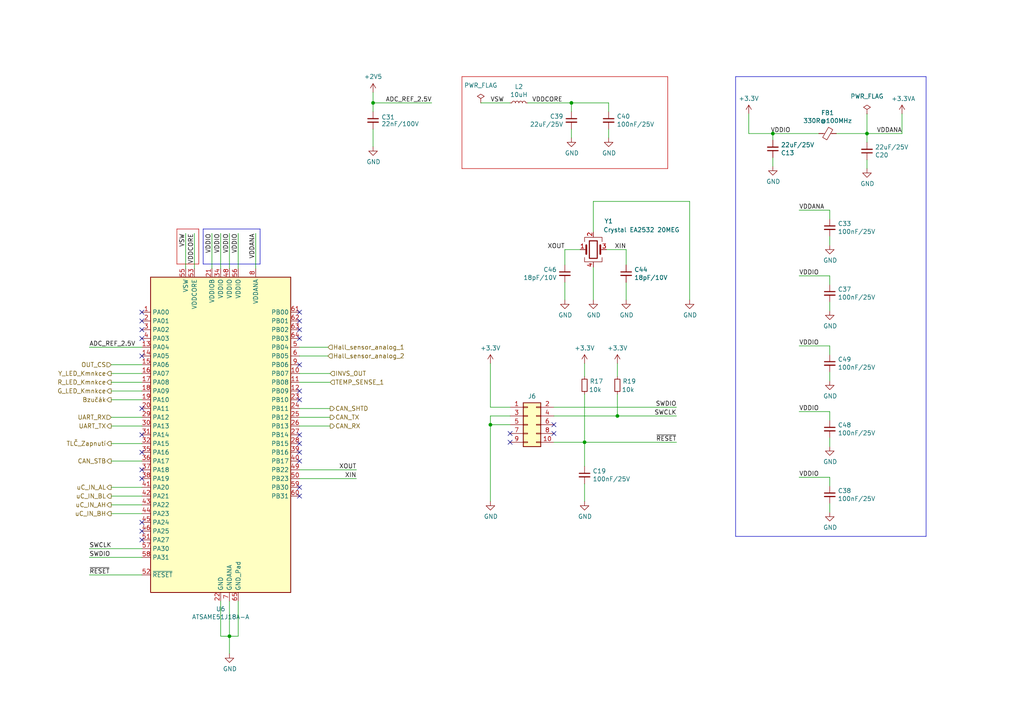
<source format=kicad_sch>
(kicad_sch (version 20230121) (generator eeschema)
  (paper "A4")
  (title_block (title "MCU") (date "2024-02-20") (rev "2") (comment 1 "upravy: Hall_Analog_1 na PB4 a  Hall_Analog_2 na PB5 ") (comment 2 "dát 22uH místo 10uH (synchronizovat se zdrojem 10V))"))
  (lib_symbols
    (symbol "Connector_Generic:Conn_02x05_Odd_Even" (pin_names (offset 1.016) hide)
      (property "Reference" "J" (at 1.27 7.62 0))
      (property "Value" "Conn_02x05_Odd_Even" (at 1.27 -7.62 0))
      (symbol "Conn_02x05_Odd_Even_1_1"
        (rectangle (start -1.27 -4.953) (end 0 -5.207) (stroke (width 0.1524)))
        (rectangle (start -1.27 -2.413) (end 0 -2.667) (stroke (width 0.1524)))
        (rectangle (start -1.27 0.127) (end 0 -0.127) (stroke (width 0.1524)))
        (rectangle (start -1.27 2.667) (end 0 2.413) (stroke (width 0.1524)))
        (rectangle (start -1.27 5.207) (end 0 4.953) (stroke (width 0.1524)))
        (rectangle (start -1.27 6.35) (end 3.81 -6.35) (stroke (width 0.254)) (fill (type background)))
        (rectangle (start 3.81 -4.953) (end 2.54 -5.207) (stroke (width 0.1524)))
        (rectangle (start 3.81 -2.413) (end 2.54 -2.667) (stroke (width 0.1524)))
        (rectangle (start 3.81 0.127) (end 2.54 -0.127) (stroke (width 0.1524)))
        (rectangle (start 3.81 2.667) (end 2.54 2.413) (stroke (width 0.1524)))
        (rectangle (start 3.81 5.207) (end 2.54 4.953) (stroke (width 0.1524)))
        (pin passive line (at -5.08 5.08 0) (length 3.81) (name "Pin_1") (number "1"))
        (pin passive line (at 7.62 -5.08 180) (length 3.81) (name "Pin_10") (number "10"))
        (pin passive line (at 7.62 5.08 180) (length 3.81) (name "Pin_2") (number "2"))
        (pin passive line (at -5.08 2.54 0) (length 3.81) (name "Pin_3") (number "3"))
        (pin passive line (at 7.62 2.54 180) (length 3.81) (name "Pin_4") (number "4"))
        (pin passive line (at -5.08 0 0) (length 3.81) (name "Pin_5") (number "5"))
        (pin passive line (at 7.62 0 180) (length 3.81) (name "Pin_6") (number "6"))
        (pin passive line (at -5.08 -2.54 0) (length 3.81) (name "Pin_7") (number "7"))
        (pin passive line (at 7.62 -2.54 180) (length 3.81) (name "Pin_8") (number "8"))
        (pin passive line (at -5.08 -5.08 0) (length 3.81) (name "Pin_9") (number "9"))
      )
    )
    (symbol "Device:C_Small" (pin_numbers hide) (pin_names (offset 0.254) hide)
      (property "Reference" "C" (at 0.254 1.778 0))
      (property "Value" "C_Small" (at 0.254 -2.032 0))
      (symbol "C_Small_0_1"
        (polyline (pts (xy -1.524 -0.508) (xy 1.524 -0.508)) (stroke (width 0.3302)))
        (polyline (pts (xy -1.524 0.508) (xy 1.524 0.508)) (stroke (width 0.3048)))
      )
      (symbol "C_Small_1_1"
        (pin passive line (at 0 2.54 270) (length 2.032) (name "~") (number "1"))
        (pin passive line (at 0 -2.54 90) (length 2.032) (name "~") (number "2"))
      )
    )
    (symbol "Device:Crystal_GND24" (pin_names (offset 1.016) hide)
      (property "Reference" "Y" (at 3.175 5.08 0))
      (property "Value" "Crystal_GND24" (at 3.175 3.175 0))
      (symbol "Crystal_GND24_0_1"
        (rectangle (start -1.143 2.54) (end 1.143 -2.54) (stroke (width 0.3048)))
        (polyline (pts (xy -2.54 0) (xy -2.032 0)))
        (polyline (pts (xy -2.032 -1.27) (xy -2.032 1.27)) (stroke (width 0.508)))
        (polyline (pts (xy 0 -3.81) (xy 0 -3.556)))
        (polyline (pts (xy 0 3.556) (xy 0 3.81)))
        (polyline (pts (xy 2.032 -1.27) (xy 2.032 1.27)) (stroke (width 0.508)))
        (polyline (pts (xy 2.032 0) (xy 2.54 0)))
        (polyline (pts (xy -2.54 -2.286) (xy -2.54 -3.556) (xy 2.54 -3.556) (xy 2.54 -2.286)))
        (polyline (pts (xy -2.54 2.286) (xy -2.54 3.556) (xy 2.54 3.556) (xy 2.54 2.286)))
      )
      (symbol "Crystal_GND24_1_1"
        (pin passive line (at -3.81 0 0) (length 1.27) (name "1") (number "1"))
        (pin passive line (at 0 5.08 270) (length 1.27) (name "2") (number "2"))
        (pin passive line (at 3.81 0 180) (length 1.27) (name "3") (number "3"))
        (pin passive line (at 0 -5.08 90) (length 1.27) (name "4") (number "4"))
      )
    )
    (symbol "Device:L_Small" (pin_numbers hide) (pin_names (offset 0.254) hide)
      (property "Reference" "L" (at 0.762 1.016 0))
      (property "Value" "L_Small" (at 0.762 -1.016 0))
      (symbol "L_Small_0_1"
        (arc (start 0 -2.032) (mid 0.5058 -1.524) (end 0 -1.016))
        (arc (start 0 -1.016) (mid 0.5058 -0.508) (end 0 0))
        (arc (start 0 0) (mid 0.5058 0.508) (end 0 1.016))
        (arc (start 0 1.016) (mid 0.5058 1.524) (end 0 2.032))
      )
      (symbol "L_Small_1_1"
        (pin passive line (at 0 2.54 270) (length 0.508) (name "~") (number "1"))
        (pin passive line (at 0 -2.54 90) (length 0.508) (name "~") (number "2"))
      )
    )
    (symbol "Device:R_Small" (pin_numbers hide) (pin_names (offset 0.254) hide)
      (property "Reference" "R" (at 0.762 0.508 0))
      (property "Value" "R_Small" (at 0.762 -1.016 0))
      (symbol "R_Small_0_1"
        (rectangle (start -0.762 1.778) (end 0.762 -1.778) (stroke (width 0.2032)))
      )
      (symbol "R_Small_1_1"
        (pin passive line (at 0 2.54 270) (length 0.762) (name "~") (number "1"))
        (pin passive line (at 0 -2.54 90) (length 0.762) (name "~") (number "2"))
      )
    )
    (symbol "MCU_Microchip_SAME:ATSAME51J18A-A"
      (property "Reference" "U" (at -17.78 48.26 0))
      (property "Value" "ATSAME51J18A-A" (at -12.7 -48.26 0))
      (symbol "ATSAME51J18A-A_0_1"
        (rectangle (start -20.32 45.72) (end 20.32 -45.72) (stroke (width 0.254)) (fill (type background)))
      )
      (symbol "ATSAME51J18A-A_1_0"
        (pin bidirectional line (at 22.86 27.94 180) (length 2.54) (name "PB03") (number "64"))
      )
      (symbol "ATSAME51J18A-A_1_1"
        (pin bidirectional line (at -22.86 35.56 0) (length 2.54) (name "PA00") (number "1"))
        (pin bidirectional line (at 22.86 17.78 180) (length 2.54) (name "PB07") (number "10"))
        (pin bidirectional line (at 22.86 15.24 180) (length 2.54) (name "PB08") (number "11"))
        (pin bidirectional line (at 22.86 12.7 180) (length 2.54) (name "PB09") (number "12"))
        (pin bidirectional line (at -22.86 25.4 0) (length 2.54) (name "PA04") (number "13"))
        (pin bidirectional line (at -22.86 22.86 0) (length 2.54) (name "PA05") (number "14"))
        (pin bidirectional line (at -22.86 20.32 0) (length 2.54) (name "PA06") (number "15"))
        (pin bidirectional line (at -22.86 17.78 0) (length 2.54) (name "PA07") (number "16"))
        (pin bidirectional line (at -22.86 15.24 0) (length 2.54) (name "PA08") (number "17"))
        (pin bidirectional line (at -22.86 12.7 0) (length 2.54) (name "PA09") (number "18"))
        (pin bidirectional line (at -22.86 10.16 0) (length 2.54) (name "PA10") (number "19"))
        (pin bidirectional line (at -22.86 33.02 0) (length 2.54) (name "PA01") (number "2"))
        (pin bidirectional line (at -22.86 7.62 0) (length 2.54) (name "PA11") (number "20"))
        (pin power_in line (at -2.54 48.26 270) (length 2.54) (name "VDDIOB") (number "21"))
        (pin power_in line (at 0 -48.26 90) (length 2.54) (name "GND") (number "22"))
        (pin bidirectional line (at 22.86 10.16 180) (length 2.54) (name "PB10") (number "23"))
        (pin bidirectional line (at 22.86 7.62 180) (length 2.54) (name "PB11") (number "24"))
        (pin bidirectional line (at 22.86 5.08 180) (length 2.54) (name "PB12") (number "25"))
        (pin bidirectional line (at 22.86 2.54 180) (length 2.54) (name "PB13") (number "26"))
        (pin bidirectional line (at 22.86 0 180) (length 2.54) (name "PB14") (number "27"))
        (pin bidirectional line (at 22.86 -2.54 180) (length 2.54) (name "PB15") (number "28"))
        (pin bidirectional line (at -22.86 5.08 0) (length 2.54) (name "PA12") (number "29"))
        (pin bidirectional line (at -22.86 30.48 0) (length 2.54) (name "PA02") (number "3"))
        (pin bidirectional line (at -22.86 2.54 0) (length 2.54) (name "PA13") (number "30"))
        (pin bidirectional line (at -22.86 0 0) (length 2.54) (name "PA14") (number "31"))
        (pin bidirectional line (at -22.86 -2.54 0) (length 2.54) (name "PA15") (number "32"))
        (pin passive line (at 0 -48.26 90) (length 2.54) hide (name "GND") (number "33"))
        (pin power_in line (at 0 48.26 270) (length 2.54) (name "VDDIO") (number "34"))
        (pin bidirectional line (at -22.86 -5.08 0) (length 2.54) (name "PA16") (number "35"))
        (pin bidirectional line (at -22.86 -7.62 0) (length 2.54) (name "PA17") (number "36"))
        (pin bidirectional line (at -22.86 -10.16 0) (length 2.54) (name "PA18") (number "37"))
        (pin bidirectional line (at -22.86 -12.7 0) (length 2.54) (name "PA19") (number "38"))
        (pin bidirectional line (at 22.86 -5.08 180) (length 2.54) (name "PB16") (number "39"))
        (pin bidirectional line (at -22.86 27.94 0) (length 2.54) (name "PA03") (number "4"))
        (pin bidirectional line (at 22.86 -7.62 180) (length 2.54) (name "PB17") (number "40"))
        (pin bidirectional line (at -22.86 -15.24 0) (length 2.54) (name "PA20") (number "41"))
        (pin bidirectional line (at -22.86 -17.78 0) (length 2.54) (name "PA21") (number "42"))
        (pin bidirectional line (at -22.86 -20.32 0) (length 2.54) (name "PA22") (number "43"))
        (pin bidirectional line (at -22.86 -22.86 0) (length 2.54) (name "PA23") (number "44"))
        (pin bidirectional line (at -22.86 -25.4 0) (length 2.54) (name "PA24") (number "45"))
        (pin bidirectional line (at -22.86 -27.94 0) (length 2.54) (name "PA25") (number "46"))
        (pin passive line (at 0 -48.26 90) (length 2.54) hide (name "GND") (number "47"))
        (pin power_in line (at 2.54 48.26 270) (length 2.54) (name "VDDIO") (number "48"))
        (pin bidirectional line (at 22.86 -10.16 180) (length 2.54) (name "PB22") (number "49"))
        (pin bidirectional line (at 22.86 25.4 180) (length 2.54) (name "PB04") (number "5"))
        (pin bidirectional line (at 22.86 -12.7 180) (length 2.54) (name "PB23") (number "50"))
        (pin bidirectional line (at -22.86 -30.48 0) (length 2.54) (name "PA27") (number "51"))
        (pin input line (at -22.86 -40.64 0) (length 2.54) (name "~{RESET}") (number "52"))
        (pin power_out line (at -7.62 48.26 270) (length 2.54) (name "VDDCORE") (number "53"))
        (pin passive line (at 0 -48.26 90) (length 2.54) hide (name "GND") (number "54"))
        (pin power_in line (at -10.16 48.26 270) (length 2.54) (name "VSW") (number "55"))
        (pin power_in line (at 5.08 48.26 270) (length 2.54) (name "VDDIO") (number "56"))
        (pin bidirectional line (at -22.86 -33.02 0) (length 2.54) (name "PA30") (number "57"))
        (pin bidirectional line (at -22.86 -35.56 0) (length 2.54) (name "PA31") (number "58"))
        (pin bidirectional line (at 22.86 -15.24 180) (length 2.54) (name "PB30") (number "59"))
        (pin bidirectional line (at 22.86 22.86 180) (length 2.54) (name "PB05") (number "6"))
        (pin bidirectional line (at 22.86 -17.78 180) (length 2.54) (name "PB31") (number "60"))
        (pin bidirectional line (at 22.86 35.56 180) (length 2.54) (name "PB00") (number "61"))
        (pin bidirectional line (at 22.86 33.02 180) (length 2.54) (name "PB01") (number "62"))
        (pin bidirectional line (at 22.86 30.48 180) (length 2.54) (name "PB02") (number "63"))
        (pin power_out line (at 5.08 -48.26 90) (length 2.54) (name "GND_Pad") (number "65"))
        (pin power_in line (at 2.54 -48.26 90) (length 2.54) (name "GNDANA") (number "7"))
        (pin power_in line (at 10.16 48.26 270) (length 2.54) (name "VDDANA") (number "8"))
        (pin bidirectional line (at 22.86 20.32 180) (length 2.54) (name "PB06") (number "9"))
      )
    )
    (symbol "MiSPiZ-rescue:Ferrite_Bead_Small-Device" (pin_numbers hide) (pin_names (offset 0))
      (property "Reference" "FB" (at 1.905 1.27 0))
      (property "Value" "Device_Ferrite_Bead_Small" (at 1.905 -1.27 0))
      (symbol "Ferrite_Bead_Small-Device_0_1"
        (polyline (pts (xy 0 -1.27) (xy 0 -0.7874)))
        (polyline (pts (xy 0 0.889) (xy 0 1.2954)))
        (polyline (pts (xy -1.8288 0.2794) (xy -1.1176 1.4986) (xy 1.8288 -0.2032) (xy 1.1176 -1.4224) (xy -1.8288 0.2794)))
      )
      (symbol "Ferrite_Bead_Small-Device_1_1"
        (pin passive line (at 0 2.54 270) (length 1.27) (name "~") (number "1"))
        (pin passive line (at 0 -2.54 90) (length 1.27) (name "~") (number "2"))
      )
    )
    (symbol "power:+2V5" (power) (pin_names (offset 0))
      (property "Value" "+2V5" (at 0 3.556 0))
      (symbol "+2V5_0_1"
        (polyline (pts (xy -0.762 1.27) (xy 0 2.54)))
        (polyline (pts (xy 0 0) (xy 0 2.54)))
        (polyline (pts (xy 0 2.54) (xy 0.762 1.27)))
      )
      (symbol "+2V5_1_1"
        (pin power_in line (at 0 0 90) (length 0) hide (name "+2V5") (number "1"))
      )
    )
    (symbol "power:+3.3V" (power) (pin_names (offset 0))
      (property "Value" "+3.3V" (at 0 3.556 0))
      (symbol "+3.3V_0_1"
        (polyline (pts (xy -0.762 1.27) (xy 0 2.54)))
        (polyline (pts (xy 0 0) (xy 0 2.54)))
        (polyline (pts (xy 0 2.54) (xy 0.762 1.27)))
      )
      (symbol "+3.3V_1_1"
        (pin power_in line (at 0 0 90) (length 0) hide (name "+3.3V") (number "1"))
      )
    )
    (symbol "power:+3.3VA" (power) (pin_names (offset 0))
      (property "Value" "+3.3VA" (at 0 3.556 0))
      (symbol "+3.3VA_0_1"
        (polyline (pts (xy -0.762 1.27) (xy 0 2.54)))
        (polyline (pts (xy 0 0) (xy 0 2.54)))
        (polyline (pts (xy 0 2.54) (xy 0.762 1.27)))
      )
      (symbol "+3.3VA_1_1"
        (pin power_in line (at 0 0 90) (length 0) hide (name "+3.3VA") (number "1"))
      )
    )
    (symbol "power:GND" (power) (pin_names (offset 0))
      (property "Value" "GND" (at 0 -3.81 0))
      (symbol "GND_0_1"
        (polyline (pts (xy 0 0) (xy 0 -1.27) (xy 1.27 -1.27) (xy 0 -2.54) (xy -1.27 -1.27) (xy 0 -1.27)))
      )
      (symbol "GND_1_1"
        (pin power_in line (at 0 0 270) (length 0) hide (name "GND") (number "1"))
      )
    )
    (symbol "power:PWR_FLAG" (power) (pin_numbers hide) (pin_names (offset 0) hide)
      (property "Value" "PWR_FLAG" (at 0 3.81 0))
      (symbol "PWR_FLAG_0_0"
        (pin power_out line (at 0 0 90) (length 0) (name "pwr") (number "1"))
      )
      (symbol "PWR_FLAG_0_1"
        (polyline (pts (xy 0 0) (xy 0 1.27) (xy -1.016 1.905) (xy 0 2.54) (xy 1.016 1.905) (xy 0 1.27)))
      )
    )
  )
  (junction (at 224.155 38.735))
  (junction (at 142.24 123.19))
  (junction (at 251.46 38.735))
  (junction (at 179.07 120.65))
  (junction (at 108.204 29.845))
  (junction (at 165.735 29.845))
  (junction (at 169.545 128.27))
  (junction (at 66.548 184.531))
  (no_connect (at 41.148 154.051))
  (no_connect (at 41.148 151.511))
  (no_connect (at 41.148 136.271))
  (no_connect (at 41.148 131.191))
  (no_connect (at 86.868 115.951))
  (no_connect (at 41.148 98.171))
  (no_connect (at 86.868 93.091))
  (no_connect (at 86.868 143.891))
  (no_connect (at 86.868 133.731))
  (no_connect (at 41.148 118.491))
  (no_connect (at 86.868 98.171))
  (no_connect (at 160.655 123.19))
  (no_connect (at 41.148 103.251))
  (no_connect (at 86.868 105.791))
  (no_connect (at 147.955 128.27))
  (no_connect (at 41.148 156.591))
  (no_connect (at 86.868 95.631))
  (no_connect (at 41.148 90.551))
  (no_connect (at 86.868 128.651))
  (no_connect (at 86.868 90.551))
  (no_connect (at 41.148 138.811))
  (no_connect (at 160.655 125.73))
  (no_connect (at 41.148 126.111))
  (no_connect (at 86.868 113.411))
  (no_connect (at 86.868 131.191))
  (no_connect (at 86.868 126.111))
  (no_connect (at 41.148 95.631))
  (no_connect (at 41.148 93.091))
  (no_connect (at 147.955 125.73))
  (no_connect (at 86.868 141.351))
  (wire (pts (xy 172.085 58.42) (xy 200.025 58.42)))
  (wire (pts (xy 108.204 26.797) (xy 108.204 29.845)))
  (wire (pts (xy 179.07 105.41) (xy 179.07 109.22)))
  (wire (pts (xy 163.83 76.835) (xy 163.83 72.39)))
  (wire (pts (xy 231.775 60.96) (xy 240.665 60.96)))
  (wire (pts (xy 240.665 110.49) (xy 240.665 107.95)))
  (wire (pts (xy 32.258 115.951) (xy 41.148 115.951)))
  (wire (pts (xy 240.665 90.17) (xy 240.665 87.63)))
  (wire (pts (xy 217.17 33.02) (xy 217.17 38.735)))
  (wire (pts (xy 108.204 29.845) (xy 125.222 29.845)))
  (wire (pts (xy 142.24 120.65) (xy 142.24 123.19)))
  (wire (pts (xy 217.17 38.735) (xy 224.155 38.735)))
  (wire (pts (xy 169.545 128.27) (xy 196.215 128.27)))
  (wire (pts (xy 224.155 38.735) (xy 224.155 40.64)))
  (wire (pts (xy 240.665 129.54) (xy 240.665 127)))
  (wire (pts (xy 32.258 110.871) (xy 41.148 110.871)))
  (wire (pts (xy 251.46 33.02) (xy 251.46 38.735)))
  (wire (pts (xy 69.088 184.531) (xy 69.088 174.371)))
  (wire (pts (xy 32.258 128.651) (xy 41.148 128.651)))
  (wire (pts (xy 251.46 38.735) (xy 261.62 38.735)))
  (wire (pts (xy 251.46 46.355) (xy 251.46 48.895)))
  (polyline (pts (xy 133.985 22.225) (xy 133.985 48.895)) (stroke (width 0) (color 194 4 3 1)))
  (polyline (pts (xy 213.36 22.225) (xy 213.36 155.575)))
  (wire (pts (xy 160.655 118.11) (xy 196.215 118.11)))
  (wire (pts (xy 41.148 100.711) (xy 25.908 100.711)))
  (polyline (pts (xy 57.658 66.421) (xy 51.308 66.421)) (stroke (width 0) (color 194 0 9 1)))
  (polyline (pts (xy 58.928 66.421) (xy 75.438 66.421)))
  (polyline (pts (xy 75.438 76.581) (xy 58.928 76.581)))
  (wire (pts (xy 41.148 161.671) (xy 25.908 161.671)))
  (wire (pts (xy 181.61 72.39) (xy 181.61 76.835)))
  (polyline (pts (xy 268.605 22.225) (xy 268.605 155.575)))
  (wire (pts (xy 165.735 32.385) (xy 165.735 29.845)))
  (wire (pts (xy 95.758 118.491) (xy 86.868 118.491)))
  (wire (pts (xy 251.46 38.735) (xy 251.46 41.275)))
  (wire (pts (xy 32.258 123.571) (xy 41.148 123.571)))
  (wire (pts (xy 160.655 120.65) (xy 179.07 120.65)))
  (wire (pts (xy 242.57 38.735) (xy 251.46 38.735)))
  (wire (pts (xy 240.665 71.12) (xy 240.665 68.58)))
  (polyline (pts (xy 133.985 48.895) (xy 193.675 48.895)) (stroke (width 0) (color 194 4 3 1)))
  (wire (pts (xy 163.83 81.915) (xy 163.83 86.995)))
  (wire (pts (xy 261.62 33.02) (xy 261.62 38.735)))
  (wire (pts (xy 142.24 105.41) (xy 142.24 118.11)))
  (wire (pts (xy 64.008 67.691) (xy 64.008 77.851)))
  (wire (pts (xy 240.665 138.43) (xy 240.665 140.97)))
  (wire (pts (xy 147.955 118.11) (xy 142.24 118.11)))
  (wire (pts (xy 41.148 159.131) (xy 25.908 159.131)))
  (wire (pts (xy 32.258 143.891) (xy 41.148 143.891)))
  (wire (pts (xy 172.085 77.47) (xy 172.085 86.995)))
  (polyline (pts (xy 213.36 155.575) (xy 268.605 155.575)))
  (polyline (pts (xy 57.658 76.581) (xy 57.658 66.421)) (stroke (width 0) (color 194 3 0 1)))
  (wire (pts (xy 165.735 37.465) (xy 165.735 40.005)))
  (wire (pts (xy 32.258 121.031) (xy 41.148 121.031)))
  (wire (pts (xy 61.468 67.691) (xy 61.468 77.851)))
  (polyline (pts (xy 58.928 76.581) (xy 58.928 66.421)))
  (wire (pts (xy 240.665 148.59) (xy 240.665 146.05)))
  (wire (pts (xy 231.775 100.33) (xy 240.665 100.33)))
  (wire (pts (xy 108.204 42.545) (xy 108.204 37.465)))
  (wire (pts (xy 32.258 133.731) (xy 41.148 133.731)))
  (wire (pts (xy 240.665 102.87) (xy 240.665 100.33)))
  (wire (pts (xy 32.258 146.431) (xy 41.148 146.431)))
  (wire (pts (xy 200.025 58.42) (xy 200.025 86.995)))
  (wire (pts (xy 64.008 184.531) (xy 66.548 184.531)))
  (wire (pts (xy 169.545 114.3) (xy 169.545 128.27)))
  (wire (pts (xy 169.545 105.41) (xy 169.545 109.22)))
  (wire (pts (xy 231.775 138.43) (xy 240.665 138.43)))
  (wire (pts (xy 56.388 67.691) (xy 56.388 77.851)))
  (wire (pts (xy 64.008 174.371) (xy 64.008 184.531)))
  (wire (pts (xy 32.258 105.791) (xy 41.148 105.791)))
  (wire (pts (xy 231.775 80.01) (xy 240.665 80.01)))
  (wire (pts (xy 147.955 120.65) (xy 142.24 120.65)))
  (polyline (pts (xy 213.36 22.225) (xy 268.605 22.225)))
  (wire (pts (xy 66.548 174.371) (xy 66.548 184.531)))
  (polyline (pts (xy 51.308 66.421) (xy 51.308 76.581)) (stroke (width 0) (color 194 10 0 1)))
  (wire (pts (xy 86.868 136.271) (xy 103.378 136.271)))
  (wire (pts (xy 169.545 145.415) (xy 169.545 140.335)))
  (wire (pts (xy 163.83 72.39) (xy 168.275 72.39)))
  (wire (pts (xy 66.548 184.531) (xy 69.088 184.531)))
  (wire (pts (xy 66.548 184.531) (xy 66.548 189.611)))
  (wire (pts (xy 153.035 29.845) (xy 165.735 29.845)))
  (polyline (pts (xy 51.308 76.581) (xy 57.658 76.581)) (stroke (width 0) (color 194 1 0 1)))
  (wire (pts (xy 142.24 123.19) (xy 142.24 145.415)))
  (wire (pts (xy 165.735 29.845) (xy 176.53 29.845)))
  (wire (pts (xy 69.088 67.691) (xy 69.088 77.851)))
  (wire (pts (xy 32.258 113.411) (xy 41.148 113.411)))
  (wire (pts (xy 95.758 121.031) (xy 86.868 121.031)))
  (wire (pts (xy 86.868 103.251) (xy 95.123 103.251)))
  (wire (pts (xy 179.07 114.3) (xy 179.07 120.65)))
  (wire (pts (xy 32.258 108.331) (xy 41.148 108.331)))
  (wire (pts (xy 231.775 119.38) (xy 240.665 119.38)))
  (polyline (pts (xy 193.675 22.225) (xy 133.985 22.225)) (stroke (width 0) (color 194 1 0 1)))
  (wire (pts (xy 86.868 100.711) (xy 95.123 100.711)))
  (wire (pts (xy 32.258 141.351) (xy 41.148 141.351)))
  (wire (pts (xy 176.53 40.005) (xy 176.53 37.465)))
  (wire (pts (xy 179.07 120.65) (xy 196.215 120.65)))
  (wire (pts (xy 32.258 148.971) (xy 41.148 148.971)))
  (wire (pts (xy 139.446 29.845) (xy 147.955 29.845)))
  (polyline (pts (xy 193.675 48.895) (xy 193.675 22.225)) (stroke (width 0) (color 194 1 0 1)))
  (wire (pts (xy 74.168 67.691) (xy 74.168 77.851)))
  (wire (pts (xy 66.548 67.691) (xy 66.548 77.851)))
  (wire (pts (xy 53.848 67.691) (xy 53.848 77.851)))
  (wire (pts (xy 41.148 166.751) (xy 25.908 166.751)))
  (wire (pts (xy 147.955 123.19) (xy 142.24 123.19)))
  (polyline (pts (xy 75.438 66.421) (xy 75.438 76.581)))
  (wire (pts (xy 86.868 138.811) (xy 103.378 138.811)))
  (wire (pts (xy 240.665 121.92) (xy 240.665 119.38)))
  (wire (pts (xy 240.665 82.55) (xy 240.665 80.01)))
  (wire (pts (xy 224.155 38.1) (xy 224.155 38.735)))
  (wire (pts (xy 224.155 45.72) (xy 224.155 48.26)))
  (wire (pts (xy 86.868 123.571) (xy 95.758 123.571)))
  (wire (pts (xy 175.895 72.39) (xy 181.61 72.39)))
  (wire (pts (xy 181.61 81.915) (xy 181.61 86.995)))
  (wire (pts (xy 169.545 135.255) (xy 169.545 128.27)))
  (wire (pts (xy 224.155 38.735) (xy 237.49 38.735)))
  (wire (pts (xy 95.758 108.331) (xy 86.868 108.331)))
  (wire (pts (xy 86.868 110.871) (xy 95.758 110.871)))
  (wire (pts (xy 172.085 67.31) (xy 172.085 58.42)))
  (wire (pts (xy 176.53 32.385) (xy 176.53 29.845)))
  (wire (pts (xy 160.655 128.27) (xy 169.545 128.27)))
  (wire (pts (xy 108.204 29.845) (xy 108.204 32.385)))
  (wire (pts (xy 240.665 63.5) (xy 240.665 60.96)))
  (label "ADC_REF_2.5V" (at 25.908 100.711 0))
  (label "SWDIO" (at 25.908 161.671 0))
  (label "XIN" (at 181.61 72.39 180))
  (label "VDDIO" (at 231.775 119.38 0))
  (label "VDDCORE" (at 56.388 67.691 270))
  (label "VDDIO" (at 64.008 67.691 270))
  (label "SWCLK" (at 25.908 159.131 0))
  (label "SWDIO" (at 196.215 118.11 180))
  (label "VDDCORE" (at 154.305 29.845 0))
  (label "VDDIO" (at 231.775 100.33 0))
  (label "VDDANA" (at 74.168 67.691 270))
  (label "VDDIO" (at 231.775 80.01 0))
  (label "~{RESET}" (at 25.908 166.751 0))
  (label "VDDIO" (at 66.548 67.691 270))
  (label "~{RESET}" (at 196.215 128.27 180))
  (label "VSW" (at 142.24 29.845 0))
  (label "XOUT" (at 103.378 136.271 180))
  (label "XOUT" (at 163.83 72.39 180))
  (label "XIN" (at 103.378 138.811 180))
  (label "VDDANA" (at 231.775 60.96 0))
  (label "VDDANA" (at 261.62 38.735 180))
  (label "VSW" (at 53.848 67.691 270))
  (label "SWCLK" (at 196.215 120.65 180))
  (label "VDDIO" (at 61.468 67.691 270))
  (label "VDDIO" (at 231.775 138.43 0))
  (label "VDDIO" (at 69.088 67.691 270))
  (label "ADC_REF_2.5V" (at 125.222 29.845 180))
  (label "VDDIO" (at 223.52 38.735 0))
  (hierarchical_label "Y_LED_Kmnkce" (shape output) (at 32.258 108.331 180))
  (hierarchical_label "CAN_SHTD" (shape output) (at 95.758 118.491 0))
  (hierarchical_label "Bzučák" (shape output) (at 32.258 115.951 180))
  (hierarchical_label "G_LED_Kmnkce" (shape output) (at 32.258 113.411 180))
  (hierarchical_label "CAN_TX" (shape output) (at 95.758 121.031 0))
  (hierarchical_label "TEMP_SENSE_1" (shape input) (at 95.758 110.871 0))
  (hierarchical_label "OUT_CS" (shape input) (at 32.258 105.791 180))
  (hierarchical_label "TLČ_Zapnutí" (shape output) (at 32.258 128.651 180))
  (hierarchical_label "R_LED_Kmnkce" (shape output) (at 32.258 110.871 180))
  (hierarchical_label "uC_IN_AH" (shape output) (at 32.258 146.431 180))
  (hierarchical_label "CAN_STB" (shape output) (at 32.258 133.731 180))
  (hierarchical_label "uC_IN_BL" (shape output) (at 32.258 143.891 180))
  (hierarchical_label "uC_IN_BH" (shape output) (at 32.258 148.971 180))
  (hierarchical_label "UART_RX" (shape input) (at 32.258 121.031 180))
  (hierarchical_label "Hall_sensor_analog_1" (shape input) (at 95.123 100.711 0))
  (hierarchical_label "Hall_sensor_analog_2" (shape input) (at 95.123 103.251 0))
  (hierarchical_label "CAN_RX" (shape output) (at 95.758 123.571 0))
  (hierarchical_label "UART_TX" (shape output) (at 32.258 123.571 180))
  (hierarchical_label "uC_IN_AL" (shape output) (at 32.258 141.351 180))
  (hierarchical_label "INVS_OUT" (shape input) (at 95.758 108.331 0))
  (symbol (lib_id "power:GND") (at 224.155 48.26 0) (unit 1)
    (property "Reference" "#PWR046" (effects hide))
    (property "Value" "GND" (at 224.282 52.6542 0))
  )
  (symbol (lib_id "Device:C_Small") (at 176.53 34.925 0) (unit 1)
    (property "Reference" "C40" (at 178.8668 33.7566 0) (effects (justify left)))
    (property "Value" "100nF/25V" (at 178.8668 36.068 0) (effects (justify left)))
    (property "Footprint" "Capacitor_SMD:C_0603_1608Metric" (effects hide))
    (property "Datasheet" "https://cz.mouser.com/datasheet/2/585/MLCC_Automotive-1837966.pdf" (effects hide))
    (property "Vendor" "https://cz.mouser.com/ProductDetail/KEMET/C0603C104M3RACTU?qs=7q2aiX3Gdlh4qBRaMcnohQ%3D%3D" (effects hide))
    (property "CENA" "2,23" (effects hide))
    (property "MNUMBER " "CL10B104KA8WPNC " (effects hide))
    (property "OBJCISLO" "187-CL10B104KA8WPNC" (effects hide))
    (property "POZN" "v cimře" (effects hide))
  )
  (symbol (lib_id "power:GND") (at 176.53 40.005 0) (unit 1)
    (property "Reference" "#PWR041" (effects hide))
    (property "Value" "GND" (at 176.657 44.3992 0))
  )
  (symbol (lib_id "power:GND") (at 165.735 40.005 0) (unit 1)
    (property "Reference" "#PWR037" (effects hide))
    (property "Value" "GND" (at 165.862 44.3992 0))
  )
  (symbol (lib_id "Device:L_Small") (at 150.495 29.845 90) (unit 1)
    (property "Reference" "L2" (at 150.495 25.146 90))
    (property "Value" "10uH" (at 150.495 27.4574 90))
    (property "Footprint" "Inductor_SMD:L_Wuerth_MAPI-2010" (effects hide))
    (property "Datasheet" "https://cz.mouser.com/datasheet/2/54/srn2010ta-1391479.pdf" (effects hide))
    (property "Vendor" "https://cz.mouser.com/ProductDetail/Bourns/SRN2010TA-100M?qs=Vt59ZOdFuWbfYOxS0u%252BNrA%3D%3D" (effects hide))
    (property "CENA" "4.46" (effects hide))
    (property "MNUMBER " "SRN2010TA-100M" (effects hide))
    (property "OBJCISLO" "652-SRN2010TA-100M" (effects hide))
  )
  (symbol (lib_id "power:GND") (at 66.548 189.611 0) (unit 1)
    (property "Reference" "#PWR033" (effects hide))
    (property "Value" "GND" (at 66.675 194.0052 0))
  )
  (symbol (lib_id "Device:Crystal_GND24") (at 172.085 72.39 0) (unit 1)
    (property "Reference" "Y1" (at 176.53 64.135 0))
    (property "Value" "Crystal EA2532 20MEG" (at 186.055 66.675 0))
    (property "Footprint" "Crystal:Crystal_SMD_EuroQuartz_MT-4Pin_3.2x2.5mm" (effects hide))
    (property "Datasheet" "https://cz.mouser.com/datasheet/2/3/EA2532-2508887.pdf" (effects hide))
    (property "MNUMBER " "EA2532QA18-20.000M TR" (effects hide))
    (property "OBJCISLO" "669-EA2532QA18-20T" (effects hide))
    (property "CENA" "12,07" (effects hide))
    (property "Vendor" "https://cz.mouser.com/ProductDetail/Ecliptek-Abracon/EA2532QA18-20.000M-TR?qs=6L0a8dsrcQc%2FbW28Tk5FnQ%3D%3D" (effects hide))
    (property "POZN" "V CIMŘE 6KS " (effects hide))
  )
  (symbol (lib_id "Device:C_Small") (at 163.83 79.375 0) (mirror y) (unit 1)
    (property "Reference" "C46" (at 161.4932 78.2066 0) (effects (justify left)))
    (property "Value" "18pF/10V" (at 161.4932 80.518 0) (effects (justify left)))
    (property "Footprint" "Capacitor_SMD:C_0603_1608Metric" (effects hide))
    (property "Datasheet" "https://cz.mouser.com/datasheet/2/447/UPY_NP0X5R_01005_4V_to_25V_V10-3003057.pdf" (effects hide))
    (property "Vendor" "https://cz.mouser.com/ProductDetail/YAGEO/CC0603JRNP09BN180?qs=50q%252BZR8McTHRfBNgel14eQ%3D%3D" (effects hide))
    (property "CENA" "2,23" (effects hide))
    (property "MNUMBER " "CC0603JRNP09BN180 " (effects hide))
    (property "OBJCISLO" "603-CC603JRNPO9BN180 " (effects hide))
    (property "POZN" "v cimře" (effects hide))
  )
  (symbol (lib_id "Device:C_Small") (at 181.61 79.375 0) (unit 1)
    (property "Reference" "C44" (at 183.9468 78.2066 0) (effects (justify left)))
    (property "Value" "18pF/10V" (at 183.9468 80.518 0) (effects (justify left)))
    (property "Footprint" "Capacitor_SMD:C_0603_1608Metric" (effects hide))
    (property "Datasheet" "https://cz.mouser.com/datasheet/2/447/UPY_NP0X5R_01005_4V_to_25V_V10-3003057.pdf" (effects hide))
    (property "Vendor" "https://cz.mouser.com/ProductDetail/YAGEO/CC0603JRNP09BN180?qs=50q%252BZR8McTHRfBNgel14eQ%3D%3D" (effects hide))
    (property "CENA" "2,23" (effects hide))
    (property "MNUMBER " "CC0603JRNP09BN180 " (effects hide))
    (property "OBJCISLO" "603-CC603JRNPO9BN180 " (effects hide))
    (property "POZN" "v cimře" (effects hide))
  )
  (symbol (lib_id "power:GND") (at 163.83 86.995 0) (unit 1)
    (property "Reference" "#PWR036" (effects hide))
    (property "Value" "GND" (at 163.957 91.3892 0))
  )
  (symbol (lib_id "power:GND") (at 181.61 86.995 0) (unit 1)
    (property "Reference" "#PWR043" (effects hide))
    (property "Value" "GND" (at 181.737 91.3892 0))
  )
  (symbol (lib_id "Connector_Generic:Conn_02x05_Odd_Even") (at 153.035 123.19 0) (unit 1)
    (property "Reference" "J6" (at 154.305 114.935 0))
    (property "Value" "PRG_Kon" (effects hide))
    (property "Footprint" "Connector_PinHeader_1.27mm:PinHeader_2x05_P1.27mm_Vertical" (effects hide))
    (property "Datasheet" "https://cdn.amphenol-cs.com/media/wysiwyg/files/documentation/datasheet/boardwiretoboard/bwb_minitek127_btb.pdf" (effects hide))
    (property "Vendor" "https://cz.mouser.com/ProductDetail/Amphenol-FCI/20021111-00010T4LF?qs=nwYJ12Fl9gR8B5xkaYs9gA%3D%3D" (effects hide))
    (property "CENA" "16,51" (effects hide))
    (property "MNUMBER " "20021111-00010T4LF" (effects hide))
    (property "OBJCISLO" "649-221111-00010T4LF" (effects hide))
  )
  (symbol (lib_id "power:GND") (at 142.24 145.415 0) (unit 1)
    (property "Reference" "#PWR035" (effects hide))
    (property "Value" "GND" (at 142.367 149.8092 0))
  )
  (symbol (lib_id "power:GND") (at 169.545 145.415 0) (unit 1)
    (property "Reference" "#PWR039" (effects hide))
    (property "Value" "GND" (at 169.672 149.8092 0))
  )
  (symbol (lib_id "Device:C_Small") (at 169.545 137.795 0) (unit 1)
    (property "Reference" "C19" (at 171.8818 136.6266 0) (effects (justify left)))
    (property "Value" "100nF/25V" (at 171.8818 138.938 0) (effects (justify left)))
    (property "Footprint" "Capacitor_SMD:C_0603_1608Metric" (effects hide))
    (property "Datasheet" "https://cz.mouser.com/datasheet/2/585/MLCC_Automotive-1837966.pdf" (effects hide))
    (property "Vendor" "https://cz.mouser.com/ProductDetail/KEMET/C0603C104M3RACTU?qs=7q2aiX3Gdlh4qBRaMcnohQ%3D%3D" (effects hide))
    (property "CENA" "2,23" (effects hide))
    (property "MNUMBER " "CL10B104KA8WPNC " (effects hide))
    (property "OBJCISLO" "187-CL10B104KA8WPNC" (effects hide))
    (property "POZN" "v cimře" (effects hide))
  )
  (symbol (lib_id "Device:C_Small") (at 224.155 43.18 0) (mirror x) (unit 1)
    (property "Reference" "C13" (at 226.4918 44.3484 0) (effects (justify left)))
    (property "Value" "22uF/25V" (at 226.4918 42.037 0) (effects (justify left)))
    (property "Footprint" "Capacitor_SMD:C_0805_2012Metric" (effects hide))
    (property "Datasheet" "https://cz.mouser.com/datasheet/2/585/MLCC-1837944.pdf" (effects hide))
    (property "Vendor" "https://cz.mouser.com/ProductDetail/Samsung-Electro-Mechanics/CL21A226MAYNNNE?qs=xZ%2FP%252Ba9zWqY%2FVvCfXjMhqg%3D%3D" (effects hide))
    (property "CENA" "5,59" (effects hide))
    (property "MNUMBER " "CL21A226MAYNNNE " (effects hide))
    (property "OBJCISLO" "187-CL21A226MAYNNNE " (effects hide))
  )
  (symbol (lib_id "Device:C_Small") (at 165.735 34.925 0) (mirror y) (unit 1)
    (property "Reference" "C39" (at 163.3982 33.7566 0) (effects (justify left)))
    (property "Value" "22uF/25V" (at 163.3982 36.068 0) (effects (justify left)))
    (property "Footprint" "Capacitor_SMD:C_0805_2012Metric" (effects hide))
    (property "Datasheet" "https://cz.mouser.com/datasheet/2/585/MLCC-1837944.pdf" (effects hide))
    (property "Vendor" "https://cz.mouser.com/ProductDetail/Samsung-Electro-Mechanics/CL21A226MAYNNNE?qs=xZ%2FP%252Ba9zWqY%2FVvCfXjMhqg%3D%3D" (effects hide))
    (property "CENA" "5,59" (effects hide))
    (property "MNUMBER " "CL21A226MAYNNNE " (effects hide))
    (property "OBJCISLO" "187-CL21A226MAYNNNE " (effects hide))
  )
  (symbol (lib_id "power:+3.3VA") (at 261.62 33.02 0) (unit 1)
    (property "Reference" "#PWR053" (effects hide))
    (property "Value" "+3.3VA" (at 262.001 28.6258 0))
  )
  (symbol (lib_id "MCU_Microchip_SAME:ATSAME51J18A-A") (at 64.008 126.111 0) (unit 1)
    (property "Reference" "U6" (at 64.008 176.6316 0))
    (property "Value" "ATSAME51J18A-A" (at 64.008 178.943 0))
    (property "Footprint" "Package_DFN_QFN:QFN-64-1EP_9x9mm_P0.5mm_EP4.7x4.7mm" (effects hide))
    (property "Datasheet" "http://ww1.microchip.com/downloads/en/DeviceDoc/60001507E.pdf" (effects hide))
    (property "Vendor" "https://cz.mouser.com/ProductDetail/Microchip-Technology/ATSAME51J18A-AUT?qs=HXFqYaX1Q2wD9heWrczRPQ%3D%3D" (effects hide))
    (property "CENA" "127" (effects hide))
    (property "MNUMBER " "ATSAME51J18A-AU" (effects hide))
    (property "OBJCISLO" "556-ATSAME51J18AAU" (effects hide))
    (property "POZN" "v cimře" (effects hide))
  )
  (symbol (lib_id "power:GND") (at 240.665 71.12 0) (unit 1)
    (property "Reference" "#PWR047" (effects hide))
    (property "Value" "GND" (at 240.792 75.5142 0))
  )
  (symbol (lib_id "MiSPiZ-rescue:Ferrite_Bead_Small-Device") (at 240.03 38.735 270) (unit 1)
    (property "Reference" "FB1" (at 240.03 32.7152 90))
    (property "Value" "330R@100MHz" (at 240.03 35.0266 90))
    (property "Footprint" "Inductor_SMD:L_0805_2012Metric" (effects hide))
    (property "Datasheet" "https://cz.mouser.com/datasheet/2/54/mgmumz-1067070.pdf" (effects hide))
    (property "Vendor" "https://cz.mouser.com/ProductDetail/Bourns/MU2029-301Y?qs=lrqjml%252Bjt8d7bWD70%252BoHKQ%3D%3D" (effects hide))
    (property "CENA" "2.23" (effects hide))
    (property "MNUMBER " "MU2029-301Y" (effects hide))
    (property "OBJCISLO" "652-MU2029-301Y" (effects hide))
    (property "POZN" "v cimře" (effects hide))
  )
  (symbol (lib_id "Device:C_Small") (at 240.665 66.04 0) (unit 1)
    (property "Reference" "C33" (at 243.0018 64.8716 0) (effects (justify left)))
    (property "Value" "100nF/25V" (at 243.0018 67.183 0) (effects (justify left)))
    (property "Footprint" "Capacitor_SMD:C_0603_1608Metric" (effects hide))
    (property "Datasheet" "https://cz.mouser.com/datasheet/2/585/MLCC_Automotive-1837966.pdf" (effects hide))
    (property "Vendor" "https://cz.mouser.com/ProductDetail/KEMET/C0603C104M3RACTU?qs=7q2aiX3Gdlh4qBRaMcnohQ%3D%3D" (effects hide))
    (property "CENA" "2,23" (effects hide))
    (property "MNUMBER " "CL10B104KA8WPNC " (effects hide))
    (property "OBJCISLO" "187-CL10B104KA8WPNC" (effects hide))
    (property "POZN" "v cimře" (effects hide))
  )
  (symbol (lib_id "power:GND") (at 240.665 90.17 0) (unit 1)
    (property "Reference" "#PWR048" (effects hide))
    (property "Value" "GND" (at 240.792 94.5642 0))
  )
  (symbol (lib_id "power:GND") (at 240.665 110.49 0) (unit 1)
    (property "Reference" "#PWR049" (effects hide))
    (property "Value" "GND" (at 240.792 114.8842 0))
  )
  (symbol (lib_id "power:GND") (at 240.665 129.54 0) (unit 1)
    (property "Reference" "#PWR050" (effects hide))
    (property "Value" "GND" (at 240.792 133.9342 0))
  )
  (symbol (lib_id "power:GND") (at 240.665 148.59 0) (unit 1)
    (property "Reference" "#PWR051" (effects hide))
    (property "Value" "GND" (at 240.792 152.9842 0))
  )
  (symbol (lib_id "Device:R_Small") (at 179.07 111.76 0) (unit 1)
    (property "Reference" "R19" (at 180.5686 110.5916 0) (effects (justify left)))
    (property "Value" "10k" (at 180.34 113.03 0) (effects (justify left)))
    (property "Footprint" "Resistor_SMD:R_0603_1608Metric" (effects hide))
    (property "Datasheet" "https://www.vishay.com/docs/20035/dcrcwe3.pdf" (effects hide))
    (property "Vendor" "https://cz.mouser.com/ProductDetail/Vishay-Dale/CRCW060310K0FKECC?qs=sGAEpiMZZMtlubZbdhIBIEVnJA25NYWZA%2FPRECDZuYc%3D" (effects hide))
    (property "CENA" "2,23" (effects hide))
    (property "MNUMBER " "CRCW060310K0FKECC " (effects hide))
    (property "OBJCISLO" "71-CRCW060310K0FKECC " (effects hide))
  )
  (symbol (lib_id "power:+3.3V") (at 142.24 105.41 0) (unit 1)
    (property "Reference" "#PWR034" (effects hide))
    (property "Value" "+3.3V" (at 142.24 100.965 0))
  )
  (symbol (lib_id "power:+3.3V") (at 169.545 105.41 0) (unit 1)
    (property "Reference" "#PWR038" (effects hide))
    (property "Value" "+3.3V" (at 169.545 100.965 0))
  )
  (symbol (lib_id "Device:C_Small") (at 251.46 43.815 0) (mirror x) (unit 1)
    (property "Reference" "C20" (at 253.7968 44.9834 0) (effects (justify left)))
    (property "Value" "22uF/25V" (at 253.7968 42.672 0) (effects (justify left)))
    (property "Footprint" "Capacitor_SMD:C_0805_2012Metric" (effects hide))
    (property "Datasheet" "https://cz.mouser.com/datasheet/2/585/MLCC-1837944.pdf" (effects hide))
    (property "Vendor" "https://cz.mouser.com/ProductDetail/Samsung-Electro-Mechanics/CL21A226MAYNNNE?qs=xZ%2FP%252Ba9zWqY%2FVvCfXjMhqg%3D%3D" (effects hide))
    (property "CENA" "5,59" (effects hide))
    (property "MNUMBER " "CL21A226MAYNNNE " (effects hide))
    (property "OBJCISLO" "187-CL21A226MAYNNNE " (effects hide))
  )
  (symbol (lib_id "power:PWR_FLAG") (at 251.46 33.02 0) (unit 1)
    (property "Reference" "#FLG04" (effects hide))
    (property "Value" "PWR_FLAG" (at 251.46 27.94 0))
  )
  (symbol (lib_id "power:PWR_FLAG") (at 139.446 29.845 0) (unit 1)
    (property "Reference" "#FLG06" (effects hide))
    (property "Value" "PWR_FLAG" (at 139.446 24.765 0))
  )
  (symbol (lib_id "Device:C_Small") (at 240.665 143.51 0) (unit 1)
    (property "Reference" "C38" (at 243.0018 142.3416 0) (effects (justify left)))
    (property "Value" "100nF/25V" (at 243.0018 144.653 0) (effects (justify left)))
    (property "Footprint" "Capacitor_SMD:C_0603_1608Metric" (effects hide))
    (property "Datasheet" "https://cz.mouser.com/datasheet/2/585/MLCC_Automotive-1837966.pdf" (effects hide))
    (property "Vendor" "https://cz.mouser.com/ProductDetail/KEMET/C0603C104M3RACTU?qs=7q2aiX3Gdlh4qBRaMcnohQ%3D%3D" (effects hide))
    (property "CENA" "2,23" (effects hide))
    (property "MNUMBER " "CL10B104KA8WPNC " (effects hide))
    (property "OBJCISLO" "187-CL10B104KA8WPNC" (effects hide))
    (property "POZN" "v cimře" (effects hide))
  )
  (symbol (lib_id "Device:C_Small") (at 240.665 85.09 0) (unit 1)
    (property "Reference" "C37" (at 243.0018 83.9216 0) (effects (justify left)))
    (property "Value" "100nF/25V" (at 243.0018 86.233 0) (effects (justify left)))
    (property "Footprint" "Capacitor_SMD:C_0603_1608Metric" (effects hide))
    (property "Datasheet" "https://cz.mouser.com/datasheet/2/585/MLCC_Automotive-1837966.pdf" (effects hide))
    (property "Vendor" "https://cz.mouser.com/ProductDetail/KEMET/C0603C104M3RACTU?qs=7q2aiX3Gdlh4qBRaMcnohQ%3D%3D" (effects hide))
    (property "CENA" "2,23" (effects hide))
    (property "MNUMBER " "CL10B104KA8WPNC " (effects hide))
    (property "OBJCISLO" "187-CL10B104KA8WPNC" (effects hide))
    (property "POZN" "v cimře" (effects hide))
  )
  (symbol (lib_id "power:GND") (at 172.085 86.995 0) (unit 1)
    (property "Reference" "#PWR040" (effects hide))
    (property "Value" "GND" (at 172.212 91.3892 0))
  )
  (symbol (lib_id "Device:C_Small") (at 240.665 124.46 0) (unit 1)
    (property "Reference" "C48" (at 243.0018 123.2916 0) (effects (justify left)))
    (property "Value" "100nF/25V" (at 243.0018 125.603 0) (effects (justify left)))
    (property "Footprint" "Capacitor_SMD:C_0603_1608Metric" (effects hide))
    (property "Datasheet" "https://cz.mouser.com/datasheet/2/585/MLCC_Automotive-1837966.pdf" (effects hide))
    (property "Vendor" "https://cz.mouser.com/ProductDetail/KEMET/C0603C104M3RACTU?qs=7q2aiX3Gdlh4qBRaMcnohQ%3D%3D" (effects hide))
    (property "CENA" "2,23" (effects hide))
    (property "MNUMBER " "CL10B104KA8WPNC " (effects hide))
    (property "OBJCISLO" "187-CL10B104KA8WPNC" (effects hide))
    (property "POZN" "v cimře" (effects hide))
  )
  (symbol (lib_id "power:GND") (at 200.025 86.995 0) (unit 1)
    (property "Reference" "#PWR044" (effects hide))
    (property "Value" "GND" (at 200.152 91.3892 0))
  )
  (symbol (lib_id "Device:R_Small") (at 169.545 111.76 0) (unit 1)
    (property "Reference" "R17" (at 171.0436 110.5916 0) (effects (justify left)))
    (property "Value" "10k" (at 170.815 113.03 0) (effects (justify left)))
    (property "Footprint" "Resistor_SMD:R_0603_1608Metric" (effects hide))
    (property "Datasheet" "https://www.vishay.com/docs/20035/dcrcwe3.pdf" (effects hide))
    (property "Vendor" "https://cz.mouser.com/ProductDetail/Vishay-Dale/CRCW060310K0FKECC?qs=sGAEpiMZZMtlubZbdhIBIEVnJA25NYWZA%2FPRECDZuYc%3D" (effects hide))
    (property "CENA" "2,23" (effects hide))
    (property "MNUMBER " "CRCW060310K0FKECC " (effects hide))
    (property "OBJCISLO" "71-CRCW060310K0FKECC " (effects hide))
  )
  (symbol (lib_id "power:GND") (at 251.46 48.895 0) (unit 1)
    (property "Reference" "#PWR052" (effects hide))
    (property "Value" "GND" (at 251.587 53.2892 0))
  )
  (symbol (lib_id "power:+3.3V") (at 179.07 105.41 0) (unit 1)
    (property "Reference" "#PWR042" (effects hide))
    (property "Value" "+3.3V" (at 179.07 100.965 0))
  )
  (symbol (lib_id "Device:C_Small") (at 240.665 105.41 0) (unit 1)
    (property "Reference" "C49" (at 243.0018 104.2416 0) (effects (justify left)))
    (property "Value" "100nF/25V" (at 243.0018 106.553 0) (effects (justify left)))
    (property "Footprint" "Capacitor_SMD:C_0603_1608Metric" (effects hide))
    (property "Datasheet" "https://cz.mouser.com/datasheet/2/585/MLCC_Automotive-1837966.pdf" (effects hide))
    (property "Vendor" "https://cz.mouser.com/ProductDetail/KEMET/C0603C104M3RACTU?qs=7q2aiX3Gdlh4qBRaMcnohQ%3D%3D" (effects hide))
    (property "CENA" "2,23" (effects hide))
    (property "MNUMBER " "CL10B104KA8WPNC " (effects hide))
    (property "OBJCISLO" "187-CL10B104KA8WPNC" (effects hide))
    (property "POZN" "v cimře" (effects hide))
  )
  (symbol (lib_id "Device:C_Small") (at 108.204 34.925 0) (mirror y) (unit 1)
    (property "Reference" "C31" (at 110.617 33.274 0) (effects (justify right top)))
    (property "Value" "22nF/100V " (at 110.617 35.941 0) (effects (justify right)))
    (property "Footprint" "Capacitor_SMD:C_0603_1608Metric" (effects hide))
    (property "Datasheet" "https://cz.mouser.com/datasheet/2/447/KEM_C1002_X7R_SMD-3316098.pdf" (effects hide))
    (property "Vendor" "https://cz.mouser.com/ProductDetail/KEMET/C0603C223K1RACTU?qs=XbM9o1La6yBUeoWn89gwrQ%3D%3D" (effects hide))
    (property "CENA" "2,23" (effects hide))
    (property "MNUMBER " "C0603C223K1RACTU" (effects hide))
    (property "OBJCISLO" "80-C0603C223K1R" (effects hide))
  )
  (symbol (lib_id "power:GND") (at 108.204 42.545 0) (unit 1)
    (property "Reference" "#PWR0120" (effects hide))
    (property "Value" "GND" (at 108.331 46.9392 0))
  )
  (symbol (lib_id "power:+2V5") (at 108.204 26.797 0) (unit 1)
    (property "Reference" "#PWR0121" (effects hide))
    (property "Value" "+2V5" (at 108.204 22.225 0))
  )
  (symbol (lib_id "power:+3.3V") (at 217.17 33.02 0) (unit 1)
    (property "Reference" "#PWR045" (effects hide))
    (property "Value" "+3.3V" (at 217.17 28.575 0))
  )
)
</source>
